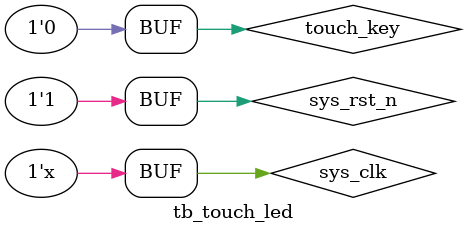
<source format=v>
`timescale 1ns/1ns  // Unit / Precision

module tb_touch_led ();

    parameter CLK = 20;  // 20ns

    reg sys_clk;        // System clock (20ns)
    reg sys_rst_n;
    reg touch_key;

    wire led;

    initial begin
        sys_clk <= 1'b0;
        sys_rst_n <= 1'b0;
        touch_key <= 1'b0;
        #200
        sys_rst_n <= 1'b1;
        #1000
        touch_key <= 1'b1;
        #2000
        touch_key <= 1'b0;
        #1000
        touch_key <= 1'b1;
        #2000
        touch_key <= 1'b0;
    end

    always #(CLK / 2) sys_clk <= ~sys_clk;

    touch_led u_touch_led (
        .sys_clk (sys_clk),
        .sys_rst_n (sys_rst_n),
        .touch_key (touch_key),
        .led (led)
    );

endmodule
</source>
